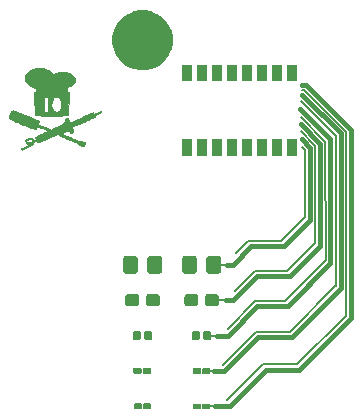
<source format=gts>
G04 #@! TF.GenerationSoftware,KiCad,Pcbnew,5.0.1*
G04 #@! TF.CreationDate,2019-01-07T18:58:54+01:00*
G04 #@! TF.ProjectId,nibble++,6E6962626C652B2B2E6B696361645F70,rev?*
G04 #@! TF.SameCoordinates,Original*
G04 #@! TF.FileFunction,Soldermask,Top*
G04 #@! TF.FilePolarity,Negative*
%FSLAX46Y46*%
G04 Gerber Fmt 4.6, Leading zero omitted, Abs format (unit mm)*
G04 Created by KiCad (PCBNEW 5.0.1) date Mo 07 Jan 2019 18:58:54 CET*
%MOMM*%
%LPD*%
G01*
G04 APERTURE LIST*
%ADD10C,0.203200*%
%ADD11C,0.381000*%
%ADD12C,0.010000*%
%ADD13C,0.100000*%
G04 APERTURE END LIST*
D10*
X113665000Y-88214200D02*
X113461800Y-88214200D01*
D11*
X113842800Y-87782400D02*
X113461800Y-87782400D01*
X107619800Y-102997000D02*
X107124500Y-102997000D01*
D10*
X107022900Y-106006900D02*
X106235500Y-106006900D01*
X106299000Y-109004100D02*
X105613200Y-109004100D01*
X106095800Y-114998500D02*
X105562400Y-114998500D01*
X106006900Y-112001300D02*
X105613200Y-112001300D01*
D11*
X106921300Y-112001300D02*
X106083100Y-112001300D01*
X114173000Y-93091000D02*
X113461800Y-92379800D01*
X114173000Y-99187000D02*
X114173000Y-93091000D01*
X111950500Y-101409500D02*
X114173000Y-99187000D01*
X109232700Y-101409500D02*
X111950500Y-101409500D01*
X107632500Y-102997000D02*
X109220000Y-101409500D01*
D10*
X106426000Y-102997000D02*
X107086400Y-102997000D01*
D11*
X107657900Y-106006900D02*
X107048300Y-106006900D01*
X109702600Y-103962200D02*
X107683300Y-105981500D01*
X112509300Y-103936800D02*
X109728000Y-103936800D01*
X115062000Y-101409500D02*
X112534700Y-103911400D01*
X115062000Y-92773500D02*
X115062000Y-101409500D01*
X113411000Y-91122500D02*
X115062000Y-92773500D01*
X115912900Y-92392500D02*
X113360200Y-89839800D01*
X115912900Y-102844600D02*
X115912900Y-92392500D01*
X112280700Y-106476800D02*
X115887500Y-102870000D01*
X109728000Y-106476800D02*
X112268000Y-106476800D01*
X107200700Y-109004100D02*
X109728000Y-106476800D01*
X107188000Y-109004100D02*
X106299000Y-109004100D01*
X116776500Y-91884500D02*
X113474500Y-88646000D01*
X116776500Y-104965500D02*
X116776500Y-91884500D01*
X112649000Y-109131100D02*
X116776500Y-104990900D01*
X109791500Y-109131100D02*
X112610900Y-109131100D01*
X106921300Y-112001300D02*
X109791500Y-109131100D01*
X117627400Y-91554300D02*
X113855500Y-87795100D01*
X117640100Y-107454700D02*
X117627400Y-91554300D01*
X113271300Y-111874300D02*
X117640100Y-107505500D01*
X110490000Y-111887000D02*
X113258600Y-111887000D01*
X107378500Y-114998500D02*
X110490000Y-111887000D01*
X106108500Y-114998500D02*
X107378500Y-114998500D01*
D10*
X117208300Y-91744800D02*
X113690400Y-88214200D01*
X117208300Y-107327700D02*
X117208300Y-91757500D01*
X113093500Y-111442500D02*
X117208300Y-107327700D01*
X110236000Y-111442500D02*
X113093500Y-111442500D01*
X107188000Y-114490500D02*
X110236000Y-111442500D01*
X109601000Y-108712000D02*
X106832400Y-111480600D01*
X112458500Y-108712000D02*
X109601000Y-108712000D01*
X116332000Y-104838500D02*
X112458500Y-108712000D01*
X116344700Y-92087700D02*
X116344700Y-104825800D01*
X113411000Y-89154000D02*
X116344700Y-92087700D01*
X115481100Y-92570300D02*
X113411000Y-90487500D01*
X115493800Y-102565200D02*
X115481100Y-92583000D01*
X112039400Y-106045000D02*
X115493800Y-102590600D01*
X109550200Y-106045000D02*
X112014000Y-106045000D01*
X109537500Y-106057700D02*
X107200700Y-108407200D01*
X114604800Y-92913200D02*
X113385600Y-91694000D01*
X114617500Y-101155500D02*
X114617500Y-92925900D01*
X112268000Y-103505000D02*
X114617500Y-101155500D01*
X109550200Y-103505000D02*
X112268000Y-103505000D01*
X109537500Y-103517700D02*
X107810300Y-105244900D01*
X108966000Y-100965000D02*
X107911900Y-102019100D01*
X113730000Y-93330000D02*
X113470000Y-93070000D01*
X113728500Y-98996500D02*
X113730000Y-93330000D01*
X111760000Y-100965000D02*
X113728500Y-98996500D01*
X108966000Y-100965000D02*
X111760000Y-100965000D01*
D12*
G04 #@! TO.C,G\002A\002A\002A*
G36*
X96464330Y-90012944D02*
X96484970Y-90017138D01*
X96491943Y-90027148D01*
X96491989Y-90037022D01*
X96485614Y-90056742D01*
X96468264Y-90077551D01*
X96437680Y-90100819D01*
X96391603Y-90127918D01*
X96327771Y-90160220D01*
X96243924Y-90199097D01*
X96173227Y-90230468D01*
X96089163Y-90267787D01*
X96026243Y-90296962D01*
X95982001Y-90319321D01*
X95953970Y-90336189D01*
X95939685Y-90348893D01*
X95936533Y-90357766D01*
X95940305Y-90385492D01*
X95946729Y-90422535D01*
X95947377Y-90425920D01*
X95949751Y-90465400D01*
X95937568Y-90490001D01*
X95923277Y-90497843D01*
X95887412Y-90515015D01*
X95831739Y-90540727D01*
X95758023Y-90574190D01*
X95668030Y-90614617D01*
X95563526Y-90661218D01*
X95446276Y-90713205D01*
X95318046Y-90769789D01*
X95180602Y-90830182D01*
X95035709Y-90893595D01*
X94957226Y-90927843D01*
X94809656Y-90992288D01*
X94668986Y-91053945D01*
X94536938Y-91112048D01*
X94415233Y-91165827D01*
X94305594Y-91214514D01*
X94209741Y-91257342D01*
X94129397Y-91293542D01*
X94066283Y-91322346D01*
X94022121Y-91342986D01*
X93998632Y-91354695D01*
X93995150Y-91357045D01*
X93999848Y-91371621D01*
X94013017Y-91405190D01*
X94032900Y-91453455D01*
X94057744Y-91512116D01*
X94071678Y-91544467D01*
X94103491Y-91618963D01*
X94124675Y-91674170D01*
X94134899Y-91714060D01*
X94133828Y-91742605D01*
X94121131Y-91763779D01*
X94096473Y-91781554D01*
X94059522Y-91799902D01*
X94049891Y-91804328D01*
X93987668Y-91830949D01*
X93942914Y-91843962D01*
X93911138Y-91842596D01*
X93887849Y-91826084D01*
X93868557Y-91793657D01*
X93859192Y-91771698D01*
X93843619Y-91740116D01*
X93828482Y-91720526D01*
X93825210Y-91718506D01*
X93806958Y-91714656D01*
X93769423Y-91708774D01*
X93718590Y-91701750D01*
X93675774Y-91696319D01*
X93541340Y-91679889D01*
X93332450Y-91760043D01*
X93171112Y-91822549D01*
X92990697Y-91893520D01*
X92795445Y-91971252D01*
X92589595Y-92054041D01*
X92377386Y-92140184D01*
X92163060Y-92227976D01*
X91985203Y-92301455D01*
X91824798Y-92368041D01*
X91686257Y-92425593D01*
X91567906Y-92474722D01*
X91468071Y-92516040D01*
X91385076Y-92550155D01*
X91317248Y-92577678D01*
X91262911Y-92599221D01*
X91220391Y-92615393D01*
X91188013Y-92626805D01*
X91164103Y-92634067D01*
X91146986Y-92637790D01*
X91134987Y-92638583D01*
X91126432Y-92637059D01*
X91119646Y-92633826D01*
X91112954Y-92629496D01*
X91104682Y-92624679D01*
X91102013Y-92623398D01*
X91077186Y-92603283D01*
X91051895Y-92569531D01*
X91042760Y-92552856D01*
X91025496Y-92521320D01*
X91011488Y-92502907D01*
X91006709Y-92500756D01*
X90941057Y-92529429D01*
X90881265Y-92557781D01*
X90831431Y-92583650D01*
X90795653Y-92604871D01*
X90778028Y-92619284D01*
X90776891Y-92622058D01*
X90768769Y-92653825D01*
X90747333Y-92696802D01*
X90716973Y-92743933D01*
X90682082Y-92788165D01*
X90658074Y-92812926D01*
X90625583Y-92837262D01*
X90573055Y-92869798D01*
X90503888Y-92908839D01*
X90421478Y-92952688D01*
X90329223Y-92999649D01*
X90230521Y-93048026D01*
X90128768Y-93096123D01*
X90027362Y-93142243D01*
X89929700Y-93184691D01*
X89839179Y-93221771D01*
X89839054Y-93221821D01*
X89775298Y-93246951D01*
X89755821Y-93197367D01*
X89744398Y-93165856D01*
X89743799Y-93150037D01*
X89755089Y-93142110D01*
X89763753Y-93139221D01*
X89793139Y-93128217D01*
X89841626Y-93107954D01*
X89905373Y-93080167D01*
X89980541Y-93046589D01*
X90063289Y-93008955D01*
X90149778Y-92968999D01*
X90236168Y-92928455D01*
X90318619Y-92889057D01*
X90331723Y-92882717D01*
X90430001Y-92832864D01*
X90511036Y-92787151D01*
X90573296Y-92746607D01*
X90615253Y-92712262D01*
X90635375Y-92685146D01*
X90636981Y-92677197D01*
X90626115Y-92676025D01*
X90597452Y-92682686D01*
X90556890Y-92695763D01*
X90551308Y-92697766D01*
X90438532Y-92733985D01*
X90343588Y-92753728D01*
X90264736Y-92756768D01*
X90200237Y-92742882D01*
X90148351Y-92711844D01*
X90107340Y-92663429D01*
X90093240Y-92638455D01*
X90068718Y-92566109D01*
X90068346Y-92512744D01*
X90170104Y-92512744D01*
X90174403Y-92561941D01*
X90195791Y-92608034D01*
X90206245Y-92620819D01*
X90245842Y-92644421D01*
X90304122Y-92650924D01*
X90380938Y-92640332D01*
X90472426Y-92613932D01*
X90547598Y-92587776D01*
X90601740Y-92567684D01*
X90638008Y-92551837D01*
X90659559Y-92538417D01*
X90669549Y-92525605D01*
X90671134Y-92511585D01*
X90669080Y-92500667D01*
X90649181Y-92459614D01*
X90613070Y-92417354D01*
X90568165Y-92382097D01*
X90555171Y-92374673D01*
X90507912Y-92361009D01*
X90446381Y-92358532D01*
X90378742Y-92366439D01*
X90313160Y-92383928D01*
X90270668Y-92402615D01*
X90230603Y-92427876D01*
X90197701Y-92454668D01*
X90184276Y-92469947D01*
X90170104Y-92512744D01*
X90068346Y-92512744D01*
X90068234Y-92496742D01*
X90090415Y-92432149D01*
X90133887Y-92374126D01*
X90197279Y-92324468D01*
X90279216Y-92284971D01*
X90378327Y-92257429D01*
X90385680Y-92256031D01*
X90475581Y-92250856D01*
X90561183Y-92267443D01*
X90638306Y-92303685D01*
X90702768Y-92357473D01*
X90750388Y-92426701D01*
X90758213Y-92443851D01*
X90774643Y-92472486D01*
X90790483Y-92482330D01*
X90792720Y-92481795D01*
X90849853Y-92457825D01*
X90900474Y-92434787D01*
X90939853Y-92415006D01*
X90963260Y-92400806D01*
X90967677Y-92395803D01*
X90963023Y-92379197D01*
X90951145Y-92347871D01*
X90942239Y-92326456D01*
X90927198Y-92285516D01*
X90918069Y-92249384D01*
X90916800Y-92237077D01*
X90916708Y-92227822D01*
X90917131Y-92219173D01*
X90919121Y-92210598D01*
X90923728Y-92201563D01*
X90932002Y-92191535D01*
X90944996Y-92179980D01*
X90963758Y-92166366D01*
X90989341Y-92150159D01*
X91022795Y-92130826D01*
X91065170Y-92107833D01*
X91117517Y-92080647D01*
X91180888Y-92048735D01*
X91256333Y-92011563D01*
X91344902Y-91968599D01*
X91447646Y-91919308D01*
X91565616Y-91863158D01*
X91699864Y-91799616D01*
X91851438Y-91728147D01*
X92021392Y-91648219D01*
X92210774Y-91559299D01*
X92420636Y-91460852D01*
X92652028Y-91352347D01*
X92756158Y-91303519D01*
X93279091Y-91058303D01*
X93357134Y-90944923D01*
X93389113Y-90896742D01*
X93414751Y-90854838D01*
X93430993Y-90824408D01*
X93435178Y-90812043D01*
X93429586Y-90787770D01*
X93416029Y-90755535D01*
X93415064Y-90753648D01*
X93400651Y-90715651D01*
X93403303Y-90685086D01*
X93425258Y-90658307D01*
X93468755Y-90631670D01*
X93498677Y-90617536D01*
X93557293Y-90593060D01*
X93598364Y-90580777D01*
X93626300Y-90580036D01*
X93645512Y-90590184D01*
X93650155Y-90595158D01*
X93660320Y-90612670D01*
X93678342Y-90648852D01*
X93701985Y-90699026D01*
X93729014Y-90758511D01*
X93739788Y-90782764D01*
X93767072Y-90842565D01*
X93791679Y-90892770D01*
X93811501Y-90929353D01*
X93824429Y-90948288D01*
X93827368Y-90949997D01*
X93841314Y-90944460D01*
X93876113Y-90929759D01*
X93929322Y-90906952D01*
X93998497Y-90877095D01*
X94081197Y-90841243D01*
X94174978Y-90800452D01*
X94277398Y-90755779D01*
X94346628Y-90725518D01*
X94558031Y-90633030D01*
X94747365Y-90550206D01*
X94915874Y-90476525D01*
X95064799Y-90411467D01*
X95195385Y-90354512D01*
X95308873Y-90305141D01*
X95406507Y-90262834D01*
X95489529Y-90227071D01*
X95559182Y-90197332D01*
X95616709Y-90173097D01*
X95663352Y-90153847D01*
X95700355Y-90139062D01*
X95728959Y-90128221D01*
X95750409Y-90120806D01*
X95765946Y-90116296D01*
X95776813Y-90114172D01*
X95784254Y-90113913D01*
X95789511Y-90115000D01*
X95793826Y-90116913D01*
X95797434Y-90118688D01*
X95822529Y-90139465D01*
X95844143Y-90172186D01*
X95846275Y-90176960D01*
X95860740Y-90205661D01*
X95873178Y-90220767D01*
X95875279Y-90221448D01*
X95889582Y-90216501D01*
X95923427Y-90202700D01*
X95973149Y-90181603D01*
X96035083Y-90154770D01*
X96105562Y-90123760D01*
X96119951Y-90117376D01*
X96203844Y-90080533D01*
X96268716Y-90053260D01*
X96318514Y-90034193D01*
X96357188Y-90021971D01*
X96388686Y-90015233D01*
X96416955Y-90012616D01*
X96424161Y-90012444D01*
X96464330Y-90012944D01*
X96464330Y-90012944D01*
G37*
X96464330Y-90012944D02*
X96484970Y-90017138D01*
X96491943Y-90027148D01*
X96491989Y-90037022D01*
X96485614Y-90056742D01*
X96468264Y-90077551D01*
X96437680Y-90100819D01*
X96391603Y-90127918D01*
X96327771Y-90160220D01*
X96243924Y-90199097D01*
X96173227Y-90230468D01*
X96089163Y-90267787D01*
X96026243Y-90296962D01*
X95982001Y-90319321D01*
X95953970Y-90336189D01*
X95939685Y-90348893D01*
X95936533Y-90357766D01*
X95940305Y-90385492D01*
X95946729Y-90422535D01*
X95947377Y-90425920D01*
X95949751Y-90465400D01*
X95937568Y-90490001D01*
X95923277Y-90497843D01*
X95887412Y-90515015D01*
X95831739Y-90540727D01*
X95758023Y-90574190D01*
X95668030Y-90614617D01*
X95563526Y-90661218D01*
X95446276Y-90713205D01*
X95318046Y-90769789D01*
X95180602Y-90830182D01*
X95035709Y-90893595D01*
X94957226Y-90927843D01*
X94809656Y-90992288D01*
X94668986Y-91053945D01*
X94536938Y-91112048D01*
X94415233Y-91165827D01*
X94305594Y-91214514D01*
X94209741Y-91257342D01*
X94129397Y-91293542D01*
X94066283Y-91322346D01*
X94022121Y-91342986D01*
X93998632Y-91354695D01*
X93995150Y-91357045D01*
X93999848Y-91371621D01*
X94013017Y-91405190D01*
X94032900Y-91453455D01*
X94057744Y-91512116D01*
X94071678Y-91544467D01*
X94103491Y-91618963D01*
X94124675Y-91674170D01*
X94134899Y-91714060D01*
X94133828Y-91742605D01*
X94121131Y-91763779D01*
X94096473Y-91781554D01*
X94059522Y-91799902D01*
X94049891Y-91804328D01*
X93987668Y-91830949D01*
X93942914Y-91843962D01*
X93911138Y-91842596D01*
X93887849Y-91826084D01*
X93868557Y-91793657D01*
X93859192Y-91771698D01*
X93843619Y-91740116D01*
X93828482Y-91720526D01*
X93825210Y-91718506D01*
X93806958Y-91714656D01*
X93769423Y-91708774D01*
X93718590Y-91701750D01*
X93675774Y-91696319D01*
X93541340Y-91679889D01*
X93332450Y-91760043D01*
X93171112Y-91822549D01*
X92990697Y-91893520D01*
X92795445Y-91971252D01*
X92589595Y-92054041D01*
X92377386Y-92140184D01*
X92163060Y-92227976D01*
X91985203Y-92301455D01*
X91824798Y-92368041D01*
X91686257Y-92425593D01*
X91567906Y-92474722D01*
X91468071Y-92516040D01*
X91385076Y-92550155D01*
X91317248Y-92577678D01*
X91262911Y-92599221D01*
X91220391Y-92615393D01*
X91188013Y-92626805D01*
X91164103Y-92634067D01*
X91146986Y-92637790D01*
X91134987Y-92638583D01*
X91126432Y-92637059D01*
X91119646Y-92633826D01*
X91112954Y-92629496D01*
X91104682Y-92624679D01*
X91102013Y-92623398D01*
X91077186Y-92603283D01*
X91051895Y-92569531D01*
X91042760Y-92552856D01*
X91025496Y-92521320D01*
X91011488Y-92502907D01*
X91006709Y-92500756D01*
X90941057Y-92529429D01*
X90881265Y-92557781D01*
X90831431Y-92583650D01*
X90795653Y-92604871D01*
X90778028Y-92619284D01*
X90776891Y-92622058D01*
X90768769Y-92653825D01*
X90747333Y-92696802D01*
X90716973Y-92743933D01*
X90682082Y-92788165D01*
X90658074Y-92812926D01*
X90625583Y-92837262D01*
X90573055Y-92869798D01*
X90503888Y-92908839D01*
X90421478Y-92952688D01*
X90329223Y-92999649D01*
X90230521Y-93048026D01*
X90128768Y-93096123D01*
X90027362Y-93142243D01*
X89929700Y-93184691D01*
X89839179Y-93221771D01*
X89839054Y-93221821D01*
X89775298Y-93246951D01*
X89755821Y-93197367D01*
X89744398Y-93165856D01*
X89743799Y-93150037D01*
X89755089Y-93142110D01*
X89763753Y-93139221D01*
X89793139Y-93128217D01*
X89841626Y-93107954D01*
X89905373Y-93080167D01*
X89980541Y-93046589D01*
X90063289Y-93008955D01*
X90149778Y-92968999D01*
X90236168Y-92928455D01*
X90318619Y-92889057D01*
X90331723Y-92882717D01*
X90430001Y-92832864D01*
X90511036Y-92787151D01*
X90573296Y-92746607D01*
X90615253Y-92712262D01*
X90635375Y-92685146D01*
X90636981Y-92677197D01*
X90626115Y-92676025D01*
X90597452Y-92682686D01*
X90556890Y-92695763D01*
X90551308Y-92697766D01*
X90438532Y-92733985D01*
X90343588Y-92753728D01*
X90264736Y-92756768D01*
X90200237Y-92742882D01*
X90148351Y-92711844D01*
X90107340Y-92663429D01*
X90093240Y-92638455D01*
X90068718Y-92566109D01*
X90068346Y-92512744D01*
X90170104Y-92512744D01*
X90174403Y-92561941D01*
X90195791Y-92608034D01*
X90206245Y-92620819D01*
X90245842Y-92644421D01*
X90304122Y-92650924D01*
X90380938Y-92640332D01*
X90472426Y-92613932D01*
X90547598Y-92587776D01*
X90601740Y-92567684D01*
X90638008Y-92551837D01*
X90659559Y-92538417D01*
X90669549Y-92525605D01*
X90671134Y-92511585D01*
X90669080Y-92500667D01*
X90649181Y-92459614D01*
X90613070Y-92417354D01*
X90568165Y-92382097D01*
X90555171Y-92374673D01*
X90507912Y-92361009D01*
X90446381Y-92358532D01*
X90378742Y-92366439D01*
X90313160Y-92383928D01*
X90270668Y-92402615D01*
X90230603Y-92427876D01*
X90197701Y-92454668D01*
X90184276Y-92469947D01*
X90170104Y-92512744D01*
X90068346Y-92512744D01*
X90068234Y-92496742D01*
X90090415Y-92432149D01*
X90133887Y-92374126D01*
X90197279Y-92324468D01*
X90279216Y-92284971D01*
X90378327Y-92257429D01*
X90385680Y-92256031D01*
X90475581Y-92250856D01*
X90561183Y-92267443D01*
X90638306Y-92303685D01*
X90702768Y-92357473D01*
X90750388Y-92426701D01*
X90758213Y-92443851D01*
X90774643Y-92472486D01*
X90790483Y-92482330D01*
X90792720Y-92481795D01*
X90849853Y-92457825D01*
X90900474Y-92434787D01*
X90939853Y-92415006D01*
X90963260Y-92400806D01*
X90967677Y-92395803D01*
X90963023Y-92379197D01*
X90951145Y-92347871D01*
X90942239Y-92326456D01*
X90927198Y-92285516D01*
X90918069Y-92249384D01*
X90916800Y-92237077D01*
X90916708Y-92227822D01*
X90917131Y-92219173D01*
X90919121Y-92210598D01*
X90923728Y-92201563D01*
X90932002Y-92191535D01*
X90944996Y-92179980D01*
X90963758Y-92166366D01*
X90989341Y-92150159D01*
X91022795Y-92130826D01*
X91065170Y-92107833D01*
X91117517Y-92080647D01*
X91180888Y-92048735D01*
X91256333Y-92011563D01*
X91344902Y-91968599D01*
X91447646Y-91919308D01*
X91565616Y-91863158D01*
X91699864Y-91799616D01*
X91851438Y-91728147D01*
X92021392Y-91648219D01*
X92210774Y-91559299D01*
X92420636Y-91460852D01*
X92652028Y-91352347D01*
X92756158Y-91303519D01*
X93279091Y-91058303D01*
X93357134Y-90944923D01*
X93389113Y-90896742D01*
X93414751Y-90854838D01*
X93430993Y-90824408D01*
X93435178Y-90812043D01*
X93429586Y-90787770D01*
X93416029Y-90755535D01*
X93415064Y-90753648D01*
X93400651Y-90715651D01*
X93403303Y-90685086D01*
X93425258Y-90658307D01*
X93468755Y-90631670D01*
X93498677Y-90617536D01*
X93557293Y-90593060D01*
X93598364Y-90580777D01*
X93626300Y-90580036D01*
X93645512Y-90590184D01*
X93650155Y-90595158D01*
X93660320Y-90612670D01*
X93678342Y-90648852D01*
X93701985Y-90699026D01*
X93729014Y-90758511D01*
X93739788Y-90782764D01*
X93767072Y-90842565D01*
X93791679Y-90892770D01*
X93811501Y-90929353D01*
X93824429Y-90948288D01*
X93827368Y-90949997D01*
X93841314Y-90944460D01*
X93876113Y-90929759D01*
X93929322Y-90906952D01*
X93998497Y-90877095D01*
X94081197Y-90841243D01*
X94174978Y-90800452D01*
X94277398Y-90755779D01*
X94346628Y-90725518D01*
X94558031Y-90633030D01*
X94747365Y-90550206D01*
X94915874Y-90476525D01*
X95064799Y-90411467D01*
X95195385Y-90354512D01*
X95308873Y-90305141D01*
X95406507Y-90262834D01*
X95489529Y-90227071D01*
X95559182Y-90197332D01*
X95616709Y-90173097D01*
X95663352Y-90153847D01*
X95700355Y-90139062D01*
X95728959Y-90128221D01*
X95750409Y-90120806D01*
X95765946Y-90116296D01*
X95776813Y-90114172D01*
X95784254Y-90113913D01*
X95789511Y-90115000D01*
X95793826Y-90116913D01*
X95797434Y-90118688D01*
X95822529Y-90139465D01*
X95844143Y-90172186D01*
X95846275Y-90176960D01*
X95860740Y-90205661D01*
X95873178Y-90220767D01*
X95875279Y-90221448D01*
X95889582Y-90216501D01*
X95923427Y-90202700D01*
X95973149Y-90181603D01*
X96035083Y-90154770D01*
X96105562Y-90123760D01*
X96119951Y-90117376D01*
X96203844Y-90080533D01*
X96268716Y-90053260D01*
X96318514Y-90034193D01*
X96357188Y-90021971D01*
X96388686Y-90015233D01*
X96416955Y-90012616D01*
X96424161Y-90012444D01*
X96464330Y-90012944D01*
G36*
X93150241Y-91938986D02*
X93185548Y-91952537D01*
X93240252Y-91974106D01*
X93312288Y-92002864D01*
X93399592Y-92037980D01*
X93500099Y-92078623D01*
X93611745Y-92123964D01*
X93732467Y-92173171D01*
X93860200Y-92225414D01*
X93868813Y-92228943D01*
X94017453Y-92289805D01*
X94144521Y-92341680D01*
X94251961Y-92385284D01*
X94341717Y-92421332D01*
X94415731Y-92450538D01*
X94475947Y-92473620D01*
X94524310Y-92491292D01*
X94562762Y-92504269D01*
X94593246Y-92513268D01*
X94617707Y-92519003D01*
X94638088Y-92522191D01*
X94656332Y-92523546D01*
X94669744Y-92523790D01*
X94729903Y-92527146D01*
X94794865Y-92535538D01*
X94829394Y-92542323D01*
X94872170Y-92554089D01*
X94924659Y-92570945D01*
X94980737Y-92590619D01*
X95034282Y-92610836D01*
X95079168Y-92629322D01*
X95109273Y-92643802D01*
X95117341Y-92649264D01*
X95115852Y-92663129D01*
X95106456Y-92695143D01*
X95091165Y-92740028D01*
X95071993Y-92792509D01*
X95050952Y-92847309D01*
X95030055Y-92899151D01*
X95011315Y-92942761D01*
X94996745Y-92972861D01*
X94989932Y-92983239D01*
X94975305Y-92981931D01*
X94942618Y-92971553D01*
X94896826Y-92953866D01*
X94846996Y-92932478D01*
X94735852Y-92878638D01*
X94647314Y-92826526D01*
X94578774Y-92774501D01*
X94547372Y-92743953D01*
X94536438Y-92734235D01*
X94519368Y-92722728D01*
X94494519Y-92708707D01*
X94460249Y-92691447D01*
X94414918Y-92670223D01*
X94356881Y-92644311D01*
X94284499Y-92612986D01*
X94196128Y-92575522D01*
X94090126Y-92531195D01*
X93964853Y-92479280D01*
X93818665Y-92419052D01*
X93714272Y-92376178D01*
X93579125Y-92320737D01*
X93450513Y-92267997D01*
X93330434Y-92218776D01*
X93220882Y-92173892D01*
X93123856Y-92134162D01*
X93041350Y-92100404D01*
X92975363Y-92073435D01*
X92927890Y-92054071D01*
X92900928Y-92043132D01*
X92895704Y-92041054D01*
X92890216Y-92034620D01*
X92901692Y-92024490D01*
X92932400Y-92009366D01*
X92984609Y-91987953D01*
X92997200Y-91983046D01*
X93050300Y-91962935D01*
X93095025Y-91946857D01*
X93125815Y-91936760D01*
X93136393Y-91934284D01*
X93150241Y-91938986D01*
X93150241Y-91938986D01*
G37*
X93150241Y-91938986D02*
X93185548Y-91952537D01*
X93240252Y-91974106D01*
X93312288Y-92002864D01*
X93399592Y-92037980D01*
X93500099Y-92078623D01*
X93611745Y-92123964D01*
X93732467Y-92173171D01*
X93860200Y-92225414D01*
X93868813Y-92228943D01*
X94017453Y-92289805D01*
X94144521Y-92341680D01*
X94251961Y-92385284D01*
X94341717Y-92421332D01*
X94415731Y-92450538D01*
X94475947Y-92473620D01*
X94524310Y-92491292D01*
X94562762Y-92504269D01*
X94593246Y-92513268D01*
X94617707Y-92519003D01*
X94638088Y-92522191D01*
X94656332Y-92523546D01*
X94669744Y-92523790D01*
X94729903Y-92527146D01*
X94794865Y-92535538D01*
X94829394Y-92542323D01*
X94872170Y-92554089D01*
X94924659Y-92570945D01*
X94980737Y-92590619D01*
X95034282Y-92610836D01*
X95079168Y-92629322D01*
X95109273Y-92643802D01*
X95117341Y-92649264D01*
X95115852Y-92663129D01*
X95106456Y-92695143D01*
X95091165Y-92740028D01*
X95071993Y-92792509D01*
X95050952Y-92847309D01*
X95030055Y-92899151D01*
X95011315Y-92942761D01*
X94996745Y-92972861D01*
X94989932Y-92983239D01*
X94975305Y-92981931D01*
X94942618Y-92971553D01*
X94896826Y-92953866D01*
X94846996Y-92932478D01*
X94735852Y-92878638D01*
X94647314Y-92826526D01*
X94578774Y-92774501D01*
X94547372Y-92743953D01*
X94536438Y-92734235D01*
X94519368Y-92722728D01*
X94494519Y-92708707D01*
X94460249Y-92691447D01*
X94414918Y-92670223D01*
X94356881Y-92644311D01*
X94284499Y-92612986D01*
X94196128Y-92575522D01*
X94090126Y-92531195D01*
X93964853Y-92479280D01*
X93818665Y-92419052D01*
X93714272Y-92376178D01*
X93579125Y-92320737D01*
X93450513Y-92267997D01*
X93330434Y-92218776D01*
X93220882Y-92173892D01*
X93123856Y-92134162D01*
X93041350Y-92100404D01*
X92975363Y-92073435D01*
X92927890Y-92054071D01*
X92900928Y-92043132D01*
X92895704Y-92041054D01*
X92890216Y-92034620D01*
X92901692Y-92024490D01*
X92932400Y-92009366D01*
X92984609Y-91987953D01*
X92997200Y-91983046D01*
X93050300Y-91962935D01*
X93095025Y-91946857D01*
X93125815Y-91936760D01*
X93136393Y-91934284D01*
X93150241Y-91938986D01*
G36*
X89048368Y-89943347D02*
X89067603Y-89945387D01*
X89090545Y-89950071D01*
X89119371Y-89958168D01*
X89156264Y-89970447D01*
X89203404Y-89987677D01*
X89262971Y-90010626D01*
X89337144Y-90040065D01*
X89428105Y-90076761D01*
X89538034Y-90121484D01*
X89669112Y-90175003D01*
X89683086Y-90180713D01*
X89812261Y-90233486D01*
X89945206Y-90287785D01*
X90077873Y-90341957D01*
X90206214Y-90394349D01*
X90326181Y-90443310D01*
X90433726Y-90487188D01*
X90524800Y-90524328D01*
X90579745Y-90546721D01*
X90662873Y-90580795D01*
X90738617Y-90612239D01*
X90803652Y-90639640D01*
X90854655Y-90661586D01*
X90888303Y-90676667D01*
X90900902Y-90683126D01*
X90914783Y-90705336D01*
X90916800Y-90717919D01*
X90927023Y-90742134D01*
X90952148Y-90769621D01*
X90983863Y-90793256D01*
X91013855Y-90805913D01*
X91020161Y-90806526D01*
X91049020Y-90800783D01*
X91082895Y-90787061D01*
X91117098Y-90774909D01*
X91144326Y-90780344D01*
X91145567Y-90780993D01*
X91178774Y-90809272D01*
X91194107Y-90850115D01*
X91191666Y-90905251D01*
X91171552Y-90976409D01*
X91158829Y-91009144D01*
X91121038Y-91100788D01*
X91187447Y-91129658D01*
X91214497Y-91141086D01*
X91261968Y-91160780D01*
X91326710Y-91187448D01*
X91405571Y-91219797D01*
X91495398Y-91256533D01*
X91593040Y-91296364D01*
X91689159Y-91335481D01*
X91787890Y-91375806D01*
X91878791Y-91413298D01*
X91959259Y-91446857D01*
X92026691Y-91475380D01*
X92078485Y-91497767D01*
X92112037Y-91512916D01*
X92124745Y-91519724D01*
X92124788Y-91519838D01*
X92114010Y-91527624D01*
X92084678Y-91542730D01*
X92041730Y-91562720D01*
X92006857Y-91578037D01*
X91888600Y-91628832D01*
X91475835Y-91459351D01*
X91379472Y-91419987D01*
X91290529Y-91384045D01*
X91211748Y-91352603D01*
X91145866Y-91326736D01*
X91095625Y-91307522D01*
X91063765Y-91296038D01*
X91053133Y-91293172D01*
X91043875Y-91305594D01*
X91027771Y-91335866D01*
X91007741Y-91378347D01*
X90999887Y-91396101D01*
X90977265Y-91444093D01*
X90955178Y-91484141D01*
X90937476Y-91509447D01*
X90933510Y-91513215D01*
X90901985Y-91527528D01*
X90865164Y-91531404D01*
X90831101Y-91525816D01*
X90807853Y-91511736D01*
X90802329Y-91497377D01*
X90793892Y-91477115D01*
X90772876Y-91449637D01*
X90765150Y-91441502D01*
X90721486Y-91411345D01*
X90673986Y-91405903D01*
X90632030Y-91418714D01*
X90627239Y-91421398D01*
X90623324Y-91423902D01*
X90618889Y-91425687D01*
X90612539Y-91426216D01*
X90602877Y-91424949D01*
X90588508Y-91421348D01*
X90568037Y-91414874D01*
X90540068Y-91404989D01*
X90503205Y-91391155D01*
X90456052Y-91372832D01*
X90397214Y-91349483D01*
X90325295Y-91320569D01*
X90238900Y-91285551D01*
X90136633Y-91243890D01*
X90017098Y-91195049D01*
X89878899Y-91138489D01*
X89720642Y-91073670D01*
X89540929Y-91000056D01*
X89441686Y-90959411D01*
X89275649Y-90891079D01*
X89133016Y-90831647D01*
X89013420Y-90780955D01*
X88916495Y-90738842D01*
X88841876Y-90705148D01*
X88789194Y-90679712D01*
X88758085Y-90662374D01*
X88750511Y-90656696D01*
X88715393Y-90615497D01*
X88686778Y-90567700D01*
X88669413Y-90522221D01*
X88669325Y-90521533D01*
X88939319Y-90521533D01*
X88944989Y-90538853D01*
X88958204Y-90546344D01*
X88992759Y-90562403D01*
X89046398Y-90586101D01*
X89116861Y-90616510D01*
X89201892Y-90652700D01*
X89299231Y-90693744D01*
X89406621Y-90738714D01*
X89521804Y-90786680D01*
X89642521Y-90836713D01*
X89766515Y-90887887D01*
X89891526Y-90939271D01*
X90015299Y-90989939D01*
X90135573Y-91038960D01*
X90250092Y-91085406D01*
X90356596Y-91128350D01*
X90452828Y-91166862D01*
X90536531Y-91200015D01*
X90605445Y-91226879D01*
X90657312Y-91246526D01*
X90689875Y-91258027D01*
X90700576Y-91260731D01*
X90715521Y-91247174D01*
X90719655Y-91227142D01*
X90718473Y-91220871D01*
X90713880Y-91213980D01*
X90704301Y-91205770D01*
X90688161Y-91195541D01*
X90663887Y-91182593D01*
X90629904Y-91166226D01*
X90584638Y-91145740D01*
X90526515Y-91120435D01*
X90453960Y-91089611D01*
X90365399Y-91052569D01*
X90259259Y-91008608D01*
X90133965Y-90957028D01*
X89987942Y-90897130D01*
X89854757Y-90842594D01*
X89713796Y-90785015D01*
X89579415Y-90730344D01*
X89453511Y-90679339D01*
X89337979Y-90632758D01*
X89234716Y-90591357D01*
X89145618Y-90555896D01*
X89072580Y-90527132D01*
X89017498Y-90505822D01*
X88982270Y-90492725D01*
X88968962Y-90488579D01*
X88946704Y-90498522D01*
X88939319Y-90521533D01*
X88669325Y-90521533D01*
X88666389Y-90498595D01*
X88671418Y-90478215D01*
X88684926Y-90438551D01*
X88705375Y-90383706D01*
X88731233Y-90317780D01*
X88760962Y-90244876D01*
X88762411Y-90241393D01*
X88881748Y-90241393D01*
X88889251Y-90266276D01*
X88910386Y-90270982D01*
X88943092Y-90255357D01*
X88954592Y-90246887D01*
X88995484Y-90227180D01*
X89034524Y-90221448D01*
X89048701Y-90223594D01*
X89073057Y-90230300D01*
X89108607Y-90241967D01*
X89156367Y-90258999D01*
X89217353Y-90281797D01*
X89292582Y-90310763D01*
X89383069Y-90346300D01*
X89489830Y-90388810D01*
X89613881Y-90438696D01*
X89756237Y-90496358D01*
X89917916Y-90562200D01*
X90099932Y-90636624D01*
X90303302Y-90720032D01*
X90529042Y-90812826D01*
X90547947Y-90820605D01*
X90626580Y-90852509D01*
X90698021Y-90880637D01*
X90758713Y-90903656D01*
X90805095Y-90920234D01*
X90833607Y-90929039D01*
X90840486Y-90930072D01*
X90855421Y-90916514D01*
X90859565Y-90896632D01*
X90858188Y-90888991D01*
X90852750Y-90880872D01*
X90841284Y-90871362D01*
X90821827Y-90859547D01*
X90792412Y-90844515D01*
X90751077Y-90825352D01*
X90695855Y-90801146D01*
X90624782Y-90770984D01*
X90535893Y-90733951D01*
X90427223Y-90689135D01*
X90306285Y-90639507D01*
X90110536Y-90559297D01*
X89936908Y-90488203D01*
X89783987Y-90425683D01*
X89650358Y-90371197D01*
X89534609Y-90324202D01*
X89435325Y-90284158D01*
X89351094Y-90250523D01*
X89280500Y-90222757D01*
X89222132Y-90200318D01*
X89174574Y-90182665D01*
X89136414Y-90169256D01*
X89106237Y-90159552D01*
X89082630Y-90153009D01*
X89064180Y-90149088D01*
X89049472Y-90147246D01*
X89037094Y-90146943D01*
X89025631Y-90147638D01*
X89022293Y-90147947D01*
X88967196Y-90159964D01*
X88921822Y-90182442D01*
X88891574Y-90211790D01*
X88881748Y-90241393D01*
X88762411Y-90241393D01*
X88764962Y-90235265D01*
X88802557Y-90146252D01*
X88833227Y-90078021D01*
X88859410Y-90027703D01*
X88883544Y-89992430D01*
X88908068Y-89969330D01*
X88935418Y-89955534D01*
X88968032Y-89948173D01*
X89008349Y-89944377D01*
X89012292Y-89944121D01*
X89030657Y-89943181D01*
X89048368Y-89943347D01*
X89048368Y-89943347D01*
G37*
X89048368Y-89943347D02*
X89067603Y-89945387D01*
X89090545Y-89950071D01*
X89119371Y-89958168D01*
X89156264Y-89970447D01*
X89203404Y-89987677D01*
X89262971Y-90010626D01*
X89337144Y-90040065D01*
X89428105Y-90076761D01*
X89538034Y-90121484D01*
X89669112Y-90175003D01*
X89683086Y-90180713D01*
X89812261Y-90233486D01*
X89945206Y-90287785D01*
X90077873Y-90341957D01*
X90206214Y-90394349D01*
X90326181Y-90443310D01*
X90433726Y-90487188D01*
X90524800Y-90524328D01*
X90579745Y-90546721D01*
X90662873Y-90580795D01*
X90738617Y-90612239D01*
X90803652Y-90639640D01*
X90854655Y-90661586D01*
X90888303Y-90676667D01*
X90900902Y-90683126D01*
X90914783Y-90705336D01*
X90916800Y-90717919D01*
X90927023Y-90742134D01*
X90952148Y-90769621D01*
X90983863Y-90793256D01*
X91013855Y-90805913D01*
X91020161Y-90806526D01*
X91049020Y-90800783D01*
X91082895Y-90787061D01*
X91117098Y-90774909D01*
X91144326Y-90780344D01*
X91145567Y-90780993D01*
X91178774Y-90809272D01*
X91194107Y-90850115D01*
X91191666Y-90905251D01*
X91171552Y-90976409D01*
X91158829Y-91009144D01*
X91121038Y-91100788D01*
X91187447Y-91129658D01*
X91214497Y-91141086D01*
X91261968Y-91160780D01*
X91326710Y-91187448D01*
X91405571Y-91219797D01*
X91495398Y-91256533D01*
X91593040Y-91296364D01*
X91689159Y-91335481D01*
X91787890Y-91375806D01*
X91878791Y-91413298D01*
X91959259Y-91446857D01*
X92026691Y-91475380D01*
X92078485Y-91497767D01*
X92112037Y-91512916D01*
X92124745Y-91519724D01*
X92124788Y-91519838D01*
X92114010Y-91527624D01*
X92084678Y-91542730D01*
X92041730Y-91562720D01*
X92006857Y-91578037D01*
X91888600Y-91628832D01*
X91475835Y-91459351D01*
X91379472Y-91419987D01*
X91290529Y-91384045D01*
X91211748Y-91352603D01*
X91145866Y-91326736D01*
X91095625Y-91307522D01*
X91063765Y-91296038D01*
X91053133Y-91293172D01*
X91043875Y-91305594D01*
X91027771Y-91335866D01*
X91007741Y-91378347D01*
X90999887Y-91396101D01*
X90977265Y-91444093D01*
X90955178Y-91484141D01*
X90937476Y-91509447D01*
X90933510Y-91513215D01*
X90901985Y-91527528D01*
X90865164Y-91531404D01*
X90831101Y-91525816D01*
X90807853Y-91511736D01*
X90802329Y-91497377D01*
X90793892Y-91477115D01*
X90772876Y-91449637D01*
X90765150Y-91441502D01*
X90721486Y-91411345D01*
X90673986Y-91405903D01*
X90632030Y-91418714D01*
X90627239Y-91421398D01*
X90623324Y-91423902D01*
X90618889Y-91425687D01*
X90612539Y-91426216D01*
X90602877Y-91424949D01*
X90588508Y-91421348D01*
X90568037Y-91414874D01*
X90540068Y-91404989D01*
X90503205Y-91391155D01*
X90456052Y-91372832D01*
X90397214Y-91349483D01*
X90325295Y-91320569D01*
X90238900Y-91285551D01*
X90136633Y-91243890D01*
X90017098Y-91195049D01*
X89878899Y-91138489D01*
X89720642Y-91073670D01*
X89540929Y-91000056D01*
X89441686Y-90959411D01*
X89275649Y-90891079D01*
X89133016Y-90831647D01*
X89013420Y-90780955D01*
X88916495Y-90738842D01*
X88841876Y-90705148D01*
X88789194Y-90679712D01*
X88758085Y-90662374D01*
X88750511Y-90656696D01*
X88715393Y-90615497D01*
X88686778Y-90567700D01*
X88669413Y-90522221D01*
X88669325Y-90521533D01*
X88939319Y-90521533D01*
X88944989Y-90538853D01*
X88958204Y-90546344D01*
X88992759Y-90562403D01*
X89046398Y-90586101D01*
X89116861Y-90616510D01*
X89201892Y-90652700D01*
X89299231Y-90693744D01*
X89406621Y-90738714D01*
X89521804Y-90786680D01*
X89642521Y-90836713D01*
X89766515Y-90887887D01*
X89891526Y-90939271D01*
X90015299Y-90989939D01*
X90135573Y-91038960D01*
X90250092Y-91085406D01*
X90356596Y-91128350D01*
X90452828Y-91166862D01*
X90536531Y-91200015D01*
X90605445Y-91226879D01*
X90657312Y-91246526D01*
X90689875Y-91258027D01*
X90700576Y-91260731D01*
X90715521Y-91247174D01*
X90719655Y-91227142D01*
X90718473Y-91220871D01*
X90713880Y-91213980D01*
X90704301Y-91205770D01*
X90688161Y-91195541D01*
X90663887Y-91182593D01*
X90629904Y-91166226D01*
X90584638Y-91145740D01*
X90526515Y-91120435D01*
X90453960Y-91089611D01*
X90365399Y-91052569D01*
X90259259Y-91008608D01*
X90133965Y-90957028D01*
X89987942Y-90897130D01*
X89854757Y-90842594D01*
X89713796Y-90785015D01*
X89579415Y-90730344D01*
X89453511Y-90679339D01*
X89337979Y-90632758D01*
X89234716Y-90591357D01*
X89145618Y-90555896D01*
X89072580Y-90527132D01*
X89017498Y-90505822D01*
X88982270Y-90492725D01*
X88968962Y-90488579D01*
X88946704Y-90498522D01*
X88939319Y-90521533D01*
X88669325Y-90521533D01*
X88666389Y-90498595D01*
X88671418Y-90478215D01*
X88684926Y-90438551D01*
X88705375Y-90383706D01*
X88731233Y-90317780D01*
X88760962Y-90244876D01*
X88762411Y-90241393D01*
X88881748Y-90241393D01*
X88889251Y-90266276D01*
X88910386Y-90270982D01*
X88943092Y-90255357D01*
X88954592Y-90246887D01*
X88995484Y-90227180D01*
X89034524Y-90221448D01*
X89048701Y-90223594D01*
X89073057Y-90230300D01*
X89108607Y-90241967D01*
X89156367Y-90258999D01*
X89217353Y-90281797D01*
X89292582Y-90310763D01*
X89383069Y-90346300D01*
X89489830Y-90388810D01*
X89613881Y-90438696D01*
X89756237Y-90496358D01*
X89917916Y-90562200D01*
X90099932Y-90636624D01*
X90303302Y-90720032D01*
X90529042Y-90812826D01*
X90547947Y-90820605D01*
X90626580Y-90852509D01*
X90698021Y-90880637D01*
X90758713Y-90903656D01*
X90805095Y-90920234D01*
X90833607Y-90929039D01*
X90840486Y-90930072D01*
X90855421Y-90916514D01*
X90859565Y-90896632D01*
X90858188Y-90888991D01*
X90852750Y-90880872D01*
X90841284Y-90871362D01*
X90821827Y-90859547D01*
X90792412Y-90844515D01*
X90751077Y-90825352D01*
X90695855Y-90801146D01*
X90624782Y-90770984D01*
X90535893Y-90733951D01*
X90427223Y-90689135D01*
X90306285Y-90639507D01*
X90110536Y-90559297D01*
X89936908Y-90488203D01*
X89783987Y-90425683D01*
X89650358Y-90371197D01*
X89534609Y-90324202D01*
X89435325Y-90284158D01*
X89351094Y-90250523D01*
X89280500Y-90222757D01*
X89222132Y-90200318D01*
X89174574Y-90182665D01*
X89136414Y-90169256D01*
X89106237Y-90159552D01*
X89082630Y-90153009D01*
X89064180Y-90149088D01*
X89049472Y-90147246D01*
X89037094Y-90146943D01*
X89025631Y-90147638D01*
X89022293Y-90147947D01*
X88967196Y-90159964D01*
X88921822Y-90182442D01*
X88891574Y-90211790D01*
X88881748Y-90241393D01*
X88762411Y-90241393D01*
X88764962Y-90235265D01*
X88802557Y-90146252D01*
X88833227Y-90078021D01*
X88859410Y-90027703D01*
X88883544Y-89992430D01*
X88908068Y-89969330D01*
X88935418Y-89955534D01*
X88968032Y-89948173D01*
X89008349Y-89944377D01*
X89012292Y-89944121D01*
X89030657Y-89943181D01*
X89048368Y-89943347D01*
G36*
X91422705Y-86353740D02*
X91545969Y-86366665D01*
X91616350Y-86379072D01*
X91771152Y-86420414D01*
X91920674Y-86476478D01*
X92057287Y-86544183D01*
X92120040Y-86582537D01*
X92220081Y-86655776D01*
X92305695Y-86735732D01*
X92384065Y-86829609D01*
X92427183Y-86890527D01*
X92478044Y-86957824D01*
X92528065Y-87008705D01*
X92551102Y-87026250D01*
X92597953Y-87051890D01*
X92646077Y-87069462D01*
X92688718Y-87077300D01*
X92719118Y-87073741D01*
X92725818Y-87069296D01*
X92734324Y-87047524D01*
X92723191Y-87027380D01*
X92697476Y-87016595D01*
X92691103Y-87016241D01*
X92630478Y-87003827D01*
X92569735Y-86967524D01*
X92527141Y-86927119D01*
X92502571Y-86898848D01*
X92490876Y-86878386D01*
X92494167Y-86861518D01*
X92514556Y-86844028D01*
X92554154Y-86821698D01*
X92588909Y-86803764D01*
X92737487Y-86740602D01*
X92899867Y-86694942D01*
X93071081Y-86667116D01*
X93246161Y-86657455D01*
X93420140Y-86666292D01*
X93588050Y-86693959D01*
X93711472Y-86728776D01*
X93849153Y-86784742D01*
X93968717Y-86851615D01*
X94069509Y-86927776D01*
X94150874Y-87011607D01*
X94212155Y-87101488D01*
X94252697Y-87195801D01*
X94271845Y-87292926D01*
X94268943Y-87391245D01*
X94243334Y-87489138D01*
X94194364Y-87584986D01*
X94121377Y-87677170D01*
X94103072Y-87695780D01*
X94009482Y-87774553D01*
X93901915Y-87843072D01*
X93786825Y-87898233D01*
X93670664Y-87936933D01*
X93562369Y-87955866D01*
X93513375Y-87960693D01*
X93484610Y-87966249D01*
X93470889Y-87974349D01*
X93467026Y-87986808D01*
X93466976Y-87989250D01*
X93470610Y-88004514D01*
X93485541Y-88013043D01*
X93517813Y-88017485D01*
X93533751Y-88018533D01*
X93600526Y-88022377D01*
X93600526Y-88339025D01*
X93663412Y-88339025D01*
X93712446Y-88343405D01*
X93747627Y-88358613D01*
X93759254Y-88367643D01*
X93792211Y-88396261D01*
X93740090Y-89337473D01*
X93729622Y-89524691D01*
X93720266Y-89687899D01*
X93711922Y-89828498D01*
X93704486Y-89947886D01*
X93697858Y-90047464D01*
X93691937Y-90128630D01*
X93686620Y-90192786D01*
X93681807Y-90241329D01*
X93677395Y-90275661D01*
X93673283Y-90297180D01*
X93669782Y-90306708D01*
X93643726Y-90329242D01*
X93610162Y-90341446D01*
X93571398Y-90346097D01*
X93511314Y-90351234D01*
X93434017Y-90356631D01*
X93343615Y-90362062D01*
X93244214Y-90367302D01*
X93139923Y-90372123D01*
X93034848Y-90376301D01*
X92933098Y-90379608D01*
X92900977Y-90380470D01*
X92744369Y-90384315D01*
X92609080Y-90387357D01*
X92491004Y-90389616D01*
X92386034Y-90391117D01*
X92290066Y-90391882D01*
X92198992Y-90391933D01*
X92108707Y-90391294D01*
X92015105Y-90389987D01*
X91914080Y-90388035D01*
X91838934Y-90386348D01*
X91692792Y-90382420D01*
X91552954Y-90377674D01*
X91421814Y-90372251D01*
X91301766Y-90366296D01*
X91195205Y-90359949D01*
X91104524Y-90353353D01*
X91032119Y-90346651D01*
X90980383Y-90339986D01*
X90951862Y-90333558D01*
X90922504Y-90312763D01*
X90905725Y-90274495D01*
X90905601Y-90273996D01*
X90902983Y-90253609D01*
X90899188Y-90210047D01*
X90894359Y-90145539D01*
X90888640Y-90062313D01*
X90882173Y-89962598D01*
X90875102Y-89848624D01*
X90867568Y-89722619D01*
X90862826Y-89640588D01*
X91654507Y-89640588D01*
X91654645Y-89748659D01*
X91655163Y-89834139D01*
X91656211Y-89899872D01*
X91657944Y-89948705D01*
X91660513Y-89983483D01*
X91664072Y-90007052D01*
X91668773Y-90022256D01*
X91674769Y-90031942D01*
X91675557Y-90032841D01*
X91689601Y-90043970D01*
X91710939Y-90050958D01*
X91745010Y-90054684D01*
X91797257Y-90056029D01*
X91819395Y-90056100D01*
X91889137Y-90054404D01*
X91936479Y-90049084D01*
X91964246Y-90039795D01*
X91966873Y-90038055D01*
X91972602Y-90032988D01*
X91977391Y-90025429D01*
X91981341Y-90013179D01*
X91984553Y-89994037D01*
X91987127Y-89965802D01*
X91989165Y-89926276D01*
X91990767Y-89873256D01*
X91992034Y-89804544D01*
X91993067Y-89717938D01*
X91993968Y-89611239D01*
X91994835Y-89482246D01*
X91995223Y-89419533D01*
X91995255Y-89413787D01*
X92285609Y-89413787D01*
X92290356Y-89529104D01*
X92306134Y-89629080D01*
X92334758Y-89722085D01*
X92369219Y-89799278D01*
X92404391Y-89856451D01*
X92450579Y-89913537D01*
X92502094Y-89964848D01*
X92553245Y-90004697D01*
X92597070Y-90026999D01*
X92682739Y-90042059D01*
X92768278Y-90034267D01*
X92833827Y-90010972D01*
X92912968Y-89957843D01*
X92980859Y-89884970D01*
X93036732Y-89795787D01*
X93079817Y-89693732D01*
X93109346Y-89582237D01*
X93124550Y-89464738D01*
X93124660Y-89344670D01*
X93108908Y-89225469D01*
X93076524Y-89110568D01*
X93049623Y-89046844D01*
X92997898Y-88954944D01*
X92940357Y-88884341D01*
X92873484Y-88830997D01*
X92849048Y-88816645D01*
X92767894Y-88785456D01*
X92686466Y-88779306D01*
X92606276Y-88797856D01*
X92528836Y-88840769D01*
X92459418Y-88903549D01*
X92387282Y-88999000D01*
X92334861Y-89106574D01*
X92301513Y-89228154D01*
X92286596Y-89365626D01*
X92285609Y-89413787D01*
X91995255Y-89413787D01*
X91996016Y-89279552D01*
X91996497Y-89162805D01*
X91996602Y-89067090D01*
X91996268Y-88990205D01*
X91995433Y-88929946D01*
X91994033Y-88884111D01*
X91992006Y-88850497D01*
X91989287Y-88826902D01*
X91985815Y-88811123D01*
X91981526Y-88800958D01*
X91977353Y-88795264D01*
X91963457Y-88783986D01*
X91942852Y-88776874D01*
X91910077Y-88773038D01*
X91859674Y-88771586D01*
X91831511Y-88771474D01*
X91765740Y-88772780D01*
X91721760Y-88776998D01*
X91696041Y-88784571D01*
X91689262Y-88789412D01*
X91681435Y-88810313D01*
X91674555Y-88856031D01*
X91668645Y-88925962D01*
X91663730Y-89019502D01*
X91659835Y-89136047D01*
X91656984Y-89274991D01*
X91655203Y-89435732D01*
X91654515Y-89617664D01*
X91654507Y-89640588D01*
X90862826Y-89640588D01*
X90859717Y-89586812D01*
X90851689Y-89443431D01*
X90847981Y-89375630D01*
X90839968Y-89229061D01*
X90832182Y-89088688D01*
X90824757Y-88956787D01*
X90817825Y-88835631D01*
X90811520Y-88727497D01*
X90805975Y-88634658D01*
X90801324Y-88559389D01*
X90797700Y-88503967D01*
X90795236Y-88470664D01*
X90794550Y-88463577D01*
X90791931Y-88424123D01*
X90798082Y-88398333D01*
X90816039Y-88375090D01*
X90819710Y-88371364D01*
X90842539Y-88352567D01*
X90868713Y-88342767D01*
X90907346Y-88339266D01*
X90928941Y-88339025D01*
X91005834Y-88339025D01*
X91005834Y-88090508D01*
X91102325Y-88095381D01*
X91159221Y-88096194D01*
X91197850Y-88092307D01*
X91212981Y-88086089D01*
X91221044Y-88072017D01*
X91212489Y-88060548D01*
X91185104Y-88050898D01*
X91136679Y-88042285D01*
X91066124Y-88034037D01*
X90885643Y-88006358D01*
X90717215Y-87961702D01*
X90562569Y-87901074D01*
X90423434Y-87825472D01*
X90301538Y-87735901D01*
X90198610Y-87633360D01*
X90116379Y-87518851D01*
X90088525Y-87467622D01*
X90063718Y-87415896D01*
X90047664Y-87375469D01*
X90038087Y-87337200D01*
X90032713Y-87291949D01*
X90029269Y-87230574D01*
X90029208Y-87229218D01*
X90027199Y-87165190D01*
X90028546Y-87117641D01*
X90034275Y-87077722D01*
X90045414Y-87036579D01*
X90054806Y-87008533D01*
X90109862Y-86888383D01*
X90187650Y-86777023D01*
X90286652Y-86675561D01*
X90405349Y-86585108D01*
X90542223Y-86506771D01*
X90695753Y-86441660D01*
X90864423Y-86390884D01*
X90917125Y-86378747D01*
X91028397Y-86360981D01*
X91155418Y-86350894D01*
X91289687Y-86348482D01*
X91422705Y-86353740D01*
X91422705Y-86353740D01*
G37*
X91422705Y-86353740D02*
X91545969Y-86366665D01*
X91616350Y-86379072D01*
X91771152Y-86420414D01*
X91920674Y-86476478D01*
X92057287Y-86544183D01*
X92120040Y-86582537D01*
X92220081Y-86655776D01*
X92305695Y-86735732D01*
X92384065Y-86829609D01*
X92427183Y-86890527D01*
X92478044Y-86957824D01*
X92528065Y-87008705D01*
X92551102Y-87026250D01*
X92597953Y-87051890D01*
X92646077Y-87069462D01*
X92688718Y-87077300D01*
X92719118Y-87073741D01*
X92725818Y-87069296D01*
X92734324Y-87047524D01*
X92723191Y-87027380D01*
X92697476Y-87016595D01*
X92691103Y-87016241D01*
X92630478Y-87003827D01*
X92569735Y-86967524D01*
X92527141Y-86927119D01*
X92502571Y-86898848D01*
X92490876Y-86878386D01*
X92494167Y-86861518D01*
X92514556Y-86844028D01*
X92554154Y-86821698D01*
X92588909Y-86803764D01*
X92737487Y-86740602D01*
X92899867Y-86694942D01*
X93071081Y-86667116D01*
X93246161Y-86657455D01*
X93420140Y-86666292D01*
X93588050Y-86693959D01*
X93711472Y-86728776D01*
X93849153Y-86784742D01*
X93968717Y-86851615D01*
X94069509Y-86927776D01*
X94150874Y-87011607D01*
X94212155Y-87101488D01*
X94252697Y-87195801D01*
X94271845Y-87292926D01*
X94268943Y-87391245D01*
X94243334Y-87489138D01*
X94194364Y-87584986D01*
X94121377Y-87677170D01*
X94103072Y-87695780D01*
X94009482Y-87774553D01*
X93901915Y-87843072D01*
X93786825Y-87898233D01*
X93670664Y-87936933D01*
X93562369Y-87955866D01*
X93513375Y-87960693D01*
X93484610Y-87966249D01*
X93470889Y-87974349D01*
X93467026Y-87986808D01*
X93466976Y-87989250D01*
X93470610Y-88004514D01*
X93485541Y-88013043D01*
X93517813Y-88017485D01*
X93533751Y-88018533D01*
X93600526Y-88022377D01*
X93600526Y-88339025D01*
X93663412Y-88339025D01*
X93712446Y-88343405D01*
X93747627Y-88358613D01*
X93759254Y-88367643D01*
X93792211Y-88396261D01*
X93740090Y-89337473D01*
X93729622Y-89524691D01*
X93720266Y-89687899D01*
X93711922Y-89828498D01*
X93704486Y-89947886D01*
X93697858Y-90047464D01*
X93691937Y-90128630D01*
X93686620Y-90192786D01*
X93681807Y-90241329D01*
X93677395Y-90275661D01*
X93673283Y-90297180D01*
X93669782Y-90306708D01*
X93643726Y-90329242D01*
X93610162Y-90341446D01*
X93571398Y-90346097D01*
X93511314Y-90351234D01*
X93434017Y-90356631D01*
X93343615Y-90362062D01*
X93244214Y-90367302D01*
X93139923Y-90372123D01*
X93034848Y-90376301D01*
X92933098Y-90379608D01*
X92900977Y-90380470D01*
X92744369Y-90384315D01*
X92609080Y-90387357D01*
X92491004Y-90389616D01*
X92386034Y-90391117D01*
X92290066Y-90391882D01*
X92198992Y-90391933D01*
X92108707Y-90391294D01*
X92015105Y-90389987D01*
X91914080Y-90388035D01*
X91838934Y-90386348D01*
X91692792Y-90382420D01*
X91552954Y-90377674D01*
X91421814Y-90372251D01*
X91301766Y-90366296D01*
X91195205Y-90359949D01*
X91104524Y-90353353D01*
X91032119Y-90346651D01*
X90980383Y-90339986D01*
X90951862Y-90333558D01*
X90922504Y-90312763D01*
X90905725Y-90274495D01*
X90905601Y-90273996D01*
X90902983Y-90253609D01*
X90899188Y-90210047D01*
X90894359Y-90145539D01*
X90888640Y-90062313D01*
X90882173Y-89962598D01*
X90875102Y-89848624D01*
X90867568Y-89722619D01*
X90862826Y-89640588D01*
X91654507Y-89640588D01*
X91654645Y-89748659D01*
X91655163Y-89834139D01*
X91656211Y-89899872D01*
X91657944Y-89948705D01*
X91660513Y-89983483D01*
X91664072Y-90007052D01*
X91668773Y-90022256D01*
X91674769Y-90031942D01*
X91675557Y-90032841D01*
X91689601Y-90043970D01*
X91710939Y-90050958D01*
X91745010Y-90054684D01*
X91797257Y-90056029D01*
X91819395Y-90056100D01*
X91889137Y-90054404D01*
X91936479Y-90049084D01*
X91964246Y-90039795D01*
X91966873Y-90038055D01*
X91972602Y-90032988D01*
X91977391Y-90025429D01*
X91981341Y-90013179D01*
X91984553Y-89994037D01*
X91987127Y-89965802D01*
X91989165Y-89926276D01*
X91990767Y-89873256D01*
X91992034Y-89804544D01*
X91993067Y-89717938D01*
X91993968Y-89611239D01*
X91994835Y-89482246D01*
X91995223Y-89419533D01*
X91995255Y-89413787D01*
X92285609Y-89413787D01*
X92290356Y-89529104D01*
X92306134Y-89629080D01*
X92334758Y-89722085D01*
X92369219Y-89799278D01*
X92404391Y-89856451D01*
X92450579Y-89913537D01*
X92502094Y-89964848D01*
X92553245Y-90004697D01*
X92597070Y-90026999D01*
X92682739Y-90042059D01*
X92768278Y-90034267D01*
X92833827Y-90010972D01*
X92912968Y-89957843D01*
X92980859Y-89884970D01*
X93036732Y-89795787D01*
X93079817Y-89693732D01*
X93109346Y-89582237D01*
X93124550Y-89464738D01*
X93124660Y-89344670D01*
X93108908Y-89225469D01*
X93076524Y-89110568D01*
X93049623Y-89046844D01*
X92997898Y-88954944D01*
X92940357Y-88884341D01*
X92873484Y-88830997D01*
X92849048Y-88816645D01*
X92767894Y-88785456D01*
X92686466Y-88779306D01*
X92606276Y-88797856D01*
X92528836Y-88840769D01*
X92459418Y-88903549D01*
X92387282Y-88999000D01*
X92334861Y-89106574D01*
X92301513Y-89228154D01*
X92286596Y-89365626D01*
X92285609Y-89413787D01*
X91995255Y-89413787D01*
X91996016Y-89279552D01*
X91996497Y-89162805D01*
X91996602Y-89067090D01*
X91996268Y-88990205D01*
X91995433Y-88929946D01*
X91994033Y-88884111D01*
X91992006Y-88850497D01*
X91989287Y-88826902D01*
X91985815Y-88811123D01*
X91981526Y-88800958D01*
X91977353Y-88795264D01*
X91963457Y-88783986D01*
X91942852Y-88776874D01*
X91910077Y-88773038D01*
X91859674Y-88771586D01*
X91831511Y-88771474D01*
X91765740Y-88772780D01*
X91721760Y-88776998D01*
X91696041Y-88784571D01*
X91689262Y-88789412D01*
X91681435Y-88810313D01*
X91674555Y-88856031D01*
X91668645Y-88925962D01*
X91663730Y-89019502D01*
X91659835Y-89136047D01*
X91656984Y-89274991D01*
X91655203Y-89435732D01*
X91654515Y-89617664D01*
X91654507Y-89640588D01*
X90862826Y-89640588D01*
X90859717Y-89586812D01*
X90851689Y-89443431D01*
X90847981Y-89375630D01*
X90839968Y-89229061D01*
X90832182Y-89088688D01*
X90824757Y-88956787D01*
X90817825Y-88835631D01*
X90811520Y-88727497D01*
X90805975Y-88634658D01*
X90801324Y-88559389D01*
X90797700Y-88503967D01*
X90795236Y-88470664D01*
X90794550Y-88463577D01*
X90791931Y-88424123D01*
X90798082Y-88398333D01*
X90816039Y-88375090D01*
X90819710Y-88371364D01*
X90842539Y-88352567D01*
X90868713Y-88342767D01*
X90907346Y-88339266D01*
X90928941Y-88339025D01*
X91005834Y-88339025D01*
X91005834Y-88090508D01*
X91102325Y-88095381D01*
X91159221Y-88096194D01*
X91197850Y-88092307D01*
X91212981Y-88086089D01*
X91221044Y-88072017D01*
X91212489Y-88060548D01*
X91185104Y-88050898D01*
X91136679Y-88042285D01*
X91066124Y-88034037D01*
X90885643Y-88006358D01*
X90717215Y-87961702D01*
X90562569Y-87901074D01*
X90423434Y-87825472D01*
X90301538Y-87735901D01*
X90198610Y-87633360D01*
X90116379Y-87518851D01*
X90088525Y-87467622D01*
X90063718Y-87415896D01*
X90047664Y-87375469D01*
X90038087Y-87337200D01*
X90032713Y-87291949D01*
X90029269Y-87230574D01*
X90029208Y-87229218D01*
X90027199Y-87165190D01*
X90028546Y-87117641D01*
X90034275Y-87077722D01*
X90045414Y-87036579D01*
X90054806Y-87008533D01*
X90109862Y-86888383D01*
X90187650Y-86777023D01*
X90286652Y-86675561D01*
X90405349Y-86585108D01*
X90542223Y-86506771D01*
X90695753Y-86441660D01*
X90864423Y-86390884D01*
X90917125Y-86378747D01*
X91028397Y-86360981D01*
X91155418Y-86350894D01*
X91289687Y-86348482D01*
X91422705Y-86353740D01*
D13*
G36*
X100660066Y-114751487D02*
X100681178Y-114757891D01*
X100700646Y-114768297D01*
X100717704Y-114782296D01*
X100731703Y-114799354D01*
X100742109Y-114818822D01*
X100748513Y-114839934D01*
X100750800Y-114863152D01*
X100750800Y-115136848D01*
X100748513Y-115160066D01*
X100742109Y-115181178D01*
X100731703Y-115200646D01*
X100717704Y-115217704D01*
X100700646Y-115231703D01*
X100681178Y-115242109D01*
X100660066Y-115248513D01*
X100636848Y-115250800D01*
X100163152Y-115250800D01*
X100139934Y-115248513D01*
X100118822Y-115242109D01*
X100099354Y-115231703D01*
X100082296Y-115217704D01*
X100068297Y-115200646D01*
X100057891Y-115181178D01*
X100051487Y-115160066D01*
X100049200Y-115136848D01*
X100049200Y-114863152D01*
X100051487Y-114839934D01*
X100057891Y-114818822D01*
X100068297Y-114799354D01*
X100082296Y-114782296D01*
X100099354Y-114768297D01*
X100118822Y-114757891D01*
X100139934Y-114751487D01*
X100163152Y-114749200D01*
X100636848Y-114749200D01*
X100660066Y-114751487D01*
X100660066Y-114751487D01*
G37*
G36*
X99860066Y-114751487D02*
X99881178Y-114757891D01*
X99900646Y-114768297D01*
X99917704Y-114782296D01*
X99931703Y-114799354D01*
X99942109Y-114818822D01*
X99948513Y-114839934D01*
X99950800Y-114863152D01*
X99950800Y-115136848D01*
X99948513Y-115160066D01*
X99942109Y-115181178D01*
X99931703Y-115200646D01*
X99917704Y-115217704D01*
X99900646Y-115231703D01*
X99881178Y-115242109D01*
X99860066Y-115248513D01*
X99836848Y-115250800D01*
X99363152Y-115250800D01*
X99339934Y-115248513D01*
X99318822Y-115242109D01*
X99299354Y-115231703D01*
X99282296Y-115217704D01*
X99268297Y-115200646D01*
X99257891Y-115181178D01*
X99251487Y-115160066D01*
X99249200Y-115136848D01*
X99249200Y-114863152D01*
X99251487Y-114839934D01*
X99257891Y-114818822D01*
X99268297Y-114799354D01*
X99282296Y-114782296D01*
X99299354Y-114768297D01*
X99318822Y-114757891D01*
X99339934Y-114751487D01*
X99363152Y-114749200D01*
X99836848Y-114749200D01*
X99860066Y-114751487D01*
X99860066Y-114751487D01*
G37*
G36*
X105680189Y-114799506D02*
X105696610Y-114804488D01*
X105711757Y-114812584D01*
X105725027Y-114823473D01*
X105735916Y-114836743D01*
X105744012Y-114851890D01*
X105748994Y-114868311D01*
X105750800Y-114886650D01*
X105750800Y-115110350D01*
X105748994Y-115128689D01*
X105744012Y-115145110D01*
X105735916Y-115160257D01*
X105725027Y-115173527D01*
X105711757Y-115184416D01*
X105696610Y-115192512D01*
X105680189Y-115197494D01*
X105661850Y-115199300D01*
X105138150Y-115199300D01*
X105119811Y-115197494D01*
X105103390Y-115192512D01*
X105088243Y-115184416D01*
X105074973Y-115173527D01*
X105064084Y-115160257D01*
X105055988Y-115145110D01*
X105051006Y-115128689D01*
X105049200Y-115110350D01*
X105049200Y-114886650D01*
X105051006Y-114868311D01*
X105055988Y-114851890D01*
X105064084Y-114836743D01*
X105074973Y-114823473D01*
X105088243Y-114812584D01*
X105103390Y-114804488D01*
X105119811Y-114799506D01*
X105138150Y-114797700D01*
X105661850Y-114797700D01*
X105680189Y-114799506D01*
X105680189Y-114799506D01*
G37*
G36*
X104880189Y-114799506D02*
X104896610Y-114804488D01*
X104911757Y-114812584D01*
X104925027Y-114823473D01*
X104935916Y-114836743D01*
X104944012Y-114851890D01*
X104948994Y-114868311D01*
X104950800Y-114886650D01*
X104950800Y-115110350D01*
X104948994Y-115128689D01*
X104944012Y-115145110D01*
X104935916Y-115160257D01*
X104925027Y-115173527D01*
X104911757Y-115184416D01*
X104896610Y-115192512D01*
X104880189Y-115197494D01*
X104861850Y-115199300D01*
X104338150Y-115199300D01*
X104319811Y-115197494D01*
X104303390Y-115192512D01*
X104288243Y-115184416D01*
X104274973Y-115173527D01*
X104264084Y-115160257D01*
X104255988Y-115145110D01*
X104251006Y-115128689D01*
X104249200Y-115110350D01*
X104249200Y-114886650D01*
X104251006Y-114868311D01*
X104255988Y-114851890D01*
X104264084Y-114836743D01*
X104274973Y-114823473D01*
X104288243Y-114812584D01*
X104303390Y-114804488D01*
X104319811Y-114799506D01*
X104338150Y-114797700D01*
X104861850Y-114797700D01*
X104880189Y-114799506D01*
X104880189Y-114799506D01*
G37*
G36*
X104860066Y-111751487D02*
X104881178Y-111757891D01*
X104900646Y-111768297D01*
X104917704Y-111782296D01*
X104931703Y-111799354D01*
X104942109Y-111818822D01*
X104948513Y-111839934D01*
X104950800Y-111863152D01*
X104950800Y-112136848D01*
X104948513Y-112160066D01*
X104942109Y-112181178D01*
X104931703Y-112200646D01*
X104917704Y-112217704D01*
X104900646Y-112231703D01*
X104881178Y-112242109D01*
X104860066Y-112248513D01*
X104836848Y-112250800D01*
X104363152Y-112250800D01*
X104339934Y-112248513D01*
X104318822Y-112242109D01*
X104299354Y-112231703D01*
X104282296Y-112217704D01*
X104268297Y-112200646D01*
X104257891Y-112181178D01*
X104251487Y-112160066D01*
X104249200Y-112136848D01*
X104249200Y-111863152D01*
X104251487Y-111839934D01*
X104257891Y-111818822D01*
X104268297Y-111799354D01*
X104282296Y-111782296D01*
X104299354Y-111768297D01*
X104318822Y-111757891D01*
X104339934Y-111751487D01*
X104363152Y-111749200D01*
X104836848Y-111749200D01*
X104860066Y-111751487D01*
X104860066Y-111751487D01*
G37*
G36*
X105660066Y-111751487D02*
X105681178Y-111757891D01*
X105700646Y-111768297D01*
X105717704Y-111782296D01*
X105731703Y-111799354D01*
X105742109Y-111818822D01*
X105748513Y-111839934D01*
X105750800Y-111863152D01*
X105750800Y-112136848D01*
X105748513Y-112160066D01*
X105742109Y-112181178D01*
X105731703Y-112200646D01*
X105717704Y-112217704D01*
X105700646Y-112231703D01*
X105681178Y-112242109D01*
X105660066Y-112248513D01*
X105636848Y-112250800D01*
X105163152Y-112250800D01*
X105139934Y-112248513D01*
X105118822Y-112242109D01*
X105099354Y-112231703D01*
X105082296Y-112217704D01*
X105068297Y-112200646D01*
X105057891Y-112181178D01*
X105051487Y-112160066D01*
X105049200Y-112136848D01*
X105049200Y-111863152D01*
X105051487Y-111839934D01*
X105057891Y-111818822D01*
X105068297Y-111799354D01*
X105082296Y-111782296D01*
X105099354Y-111768297D01*
X105118822Y-111757891D01*
X105139934Y-111751487D01*
X105163152Y-111749200D01*
X105636848Y-111749200D01*
X105660066Y-111751487D01*
X105660066Y-111751487D01*
G37*
G36*
X99824266Y-111740087D02*
X99845378Y-111746491D01*
X99864846Y-111756897D01*
X99881904Y-111770896D01*
X99895903Y-111787954D01*
X99906309Y-111807422D01*
X99912713Y-111828534D01*
X99915000Y-111851752D01*
X99915000Y-112125448D01*
X99912713Y-112148666D01*
X99906309Y-112169778D01*
X99895903Y-112189246D01*
X99881904Y-112206304D01*
X99864846Y-112220303D01*
X99845378Y-112230709D01*
X99824266Y-112237113D01*
X99801048Y-112239400D01*
X99327352Y-112239400D01*
X99304134Y-112237113D01*
X99283022Y-112230709D01*
X99263554Y-112220303D01*
X99246496Y-112206304D01*
X99232497Y-112189246D01*
X99222091Y-112169778D01*
X99215687Y-112148666D01*
X99213400Y-112125448D01*
X99213400Y-111851752D01*
X99215687Y-111828534D01*
X99222091Y-111807422D01*
X99232497Y-111787954D01*
X99246496Y-111770896D01*
X99263554Y-111756897D01*
X99283022Y-111746491D01*
X99304134Y-111740087D01*
X99327352Y-111737800D01*
X99801048Y-111737800D01*
X99824266Y-111740087D01*
X99824266Y-111740087D01*
G37*
G36*
X100624266Y-111740087D02*
X100645378Y-111746491D01*
X100664846Y-111756897D01*
X100681904Y-111770896D01*
X100695903Y-111787954D01*
X100706309Y-111807422D01*
X100712713Y-111828534D01*
X100715000Y-111851752D01*
X100715000Y-112125448D01*
X100712713Y-112148666D01*
X100706309Y-112169778D01*
X100695903Y-112189246D01*
X100681904Y-112206304D01*
X100664846Y-112220303D01*
X100645378Y-112230709D01*
X100624266Y-112237113D01*
X100601048Y-112239400D01*
X100127352Y-112239400D01*
X100104134Y-112237113D01*
X100083022Y-112230709D01*
X100063554Y-112220303D01*
X100046496Y-112206304D01*
X100032497Y-112189246D01*
X100022091Y-112169778D01*
X100015687Y-112148666D01*
X100013400Y-112125448D01*
X100013400Y-111851752D01*
X100015687Y-111828534D01*
X100022091Y-111807422D01*
X100032497Y-111787954D01*
X100046496Y-111770896D01*
X100063554Y-111756897D01*
X100083022Y-111746491D01*
X100104134Y-111740087D01*
X100127352Y-111737800D01*
X100601048Y-111737800D01*
X100624266Y-111740087D01*
X100624266Y-111740087D01*
G37*
G36*
X100701833Y-108632399D02*
X100731858Y-108641507D01*
X100759534Y-108656301D01*
X100783792Y-108676208D01*
X100803699Y-108700466D01*
X100818493Y-108728142D01*
X100827601Y-108758167D01*
X100830800Y-108790650D01*
X100830800Y-109209350D01*
X100827601Y-109241833D01*
X100818493Y-109271858D01*
X100803699Y-109299534D01*
X100783792Y-109323792D01*
X100759534Y-109343699D01*
X100731858Y-109358493D01*
X100701833Y-109367601D01*
X100669350Y-109370800D01*
X100300650Y-109370800D01*
X100268167Y-109367601D01*
X100238142Y-109358493D01*
X100210466Y-109343699D01*
X100186208Y-109323792D01*
X100166301Y-109299534D01*
X100151507Y-109271858D01*
X100142399Y-109241833D01*
X100139200Y-109209350D01*
X100139200Y-108790650D01*
X100142399Y-108758167D01*
X100151507Y-108728142D01*
X100166301Y-108700466D01*
X100186208Y-108676208D01*
X100210466Y-108656301D01*
X100238142Y-108641507D01*
X100268167Y-108632399D01*
X100300650Y-108629200D01*
X100669350Y-108629200D01*
X100701833Y-108632399D01*
X100701833Y-108632399D01*
G37*
G36*
X99731833Y-108632399D02*
X99761858Y-108641507D01*
X99789534Y-108656301D01*
X99813792Y-108676208D01*
X99833699Y-108700466D01*
X99848493Y-108728142D01*
X99857601Y-108758167D01*
X99860800Y-108790650D01*
X99860800Y-109209350D01*
X99857601Y-109241833D01*
X99848493Y-109271858D01*
X99833699Y-109299534D01*
X99813792Y-109323792D01*
X99789534Y-109343699D01*
X99761858Y-109358493D01*
X99731833Y-109367601D01*
X99699350Y-109370800D01*
X99330650Y-109370800D01*
X99298167Y-109367601D01*
X99268142Y-109358493D01*
X99240466Y-109343699D01*
X99216208Y-109323792D01*
X99196301Y-109299534D01*
X99181507Y-109271858D01*
X99172399Y-109241833D01*
X99169200Y-109209350D01*
X99169200Y-108790650D01*
X99172399Y-108758167D01*
X99181507Y-108728142D01*
X99196301Y-108700466D01*
X99216208Y-108676208D01*
X99240466Y-108656301D01*
X99268142Y-108641507D01*
X99298167Y-108632399D01*
X99330650Y-108629200D01*
X99699350Y-108629200D01*
X99731833Y-108632399D01*
X99731833Y-108632399D01*
G37*
G36*
X105701833Y-108632399D02*
X105731858Y-108641507D01*
X105759534Y-108656301D01*
X105783792Y-108676208D01*
X105803699Y-108700466D01*
X105818493Y-108728142D01*
X105827601Y-108758167D01*
X105830800Y-108790650D01*
X105830800Y-109209350D01*
X105827601Y-109241833D01*
X105818493Y-109271858D01*
X105803699Y-109299534D01*
X105783792Y-109323792D01*
X105759534Y-109343699D01*
X105731858Y-109358493D01*
X105701833Y-109367601D01*
X105669350Y-109370800D01*
X105300650Y-109370800D01*
X105268167Y-109367601D01*
X105238142Y-109358493D01*
X105210466Y-109343699D01*
X105186208Y-109323792D01*
X105166301Y-109299534D01*
X105151507Y-109271858D01*
X105142399Y-109241833D01*
X105139200Y-109209350D01*
X105139200Y-108790650D01*
X105142399Y-108758167D01*
X105151507Y-108728142D01*
X105166301Y-108700466D01*
X105186208Y-108676208D01*
X105210466Y-108656301D01*
X105238142Y-108641507D01*
X105268167Y-108632399D01*
X105300650Y-108629200D01*
X105669350Y-108629200D01*
X105701833Y-108632399D01*
X105701833Y-108632399D01*
G37*
G36*
X104731833Y-108632399D02*
X104761858Y-108641507D01*
X104789534Y-108656301D01*
X104813792Y-108676208D01*
X104833699Y-108700466D01*
X104848493Y-108728142D01*
X104857601Y-108758167D01*
X104860800Y-108790650D01*
X104860800Y-109209350D01*
X104857601Y-109241833D01*
X104848493Y-109271858D01*
X104833699Y-109299534D01*
X104813792Y-109323792D01*
X104789534Y-109343699D01*
X104761858Y-109358493D01*
X104731833Y-109367601D01*
X104699350Y-109370800D01*
X104330650Y-109370800D01*
X104298167Y-109367601D01*
X104268142Y-109358493D01*
X104240466Y-109343699D01*
X104216208Y-109323792D01*
X104196301Y-109299534D01*
X104181507Y-109271858D01*
X104172399Y-109241833D01*
X104169200Y-109209350D01*
X104169200Y-108790650D01*
X104172399Y-108758167D01*
X104181507Y-108728142D01*
X104196301Y-108700466D01*
X104216208Y-108676208D01*
X104240466Y-108656301D01*
X104268142Y-108641507D01*
X104298167Y-108632399D01*
X104330650Y-108629200D01*
X104699350Y-108629200D01*
X104731833Y-108632399D01*
X104731833Y-108632399D01*
G37*
G36*
X99499391Y-105479129D02*
X99546297Y-105493358D01*
X99589537Y-105516470D01*
X99627432Y-105547568D01*
X99658530Y-105585463D01*
X99681642Y-105628703D01*
X99695871Y-105675609D01*
X99700800Y-105725651D01*
X99700800Y-106274349D01*
X99695871Y-106324391D01*
X99681642Y-106371297D01*
X99658530Y-106414537D01*
X99627432Y-106452432D01*
X99589537Y-106483530D01*
X99546297Y-106506642D01*
X99499391Y-106520871D01*
X99449349Y-106525800D01*
X98800651Y-106525800D01*
X98750609Y-106520871D01*
X98703703Y-106506642D01*
X98660463Y-106483530D01*
X98622568Y-106452432D01*
X98591470Y-106414537D01*
X98568358Y-106371297D01*
X98554129Y-106324391D01*
X98549200Y-106274349D01*
X98549200Y-105725651D01*
X98554129Y-105675609D01*
X98568358Y-105628703D01*
X98591470Y-105585463D01*
X98622568Y-105547568D01*
X98660463Y-105516470D01*
X98703703Y-105493358D01*
X98750609Y-105479129D01*
X98800651Y-105474200D01*
X99449349Y-105474200D01*
X99499391Y-105479129D01*
X99499391Y-105479129D01*
G37*
G36*
X101249391Y-105479129D02*
X101296297Y-105493358D01*
X101339537Y-105516470D01*
X101377432Y-105547568D01*
X101408530Y-105585463D01*
X101431642Y-105628703D01*
X101445871Y-105675609D01*
X101450800Y-105725651D01*
X101450800Y-106274349D01*
X101445871Y-106324391D01*
X101431642Y-106371297D01*
X101408530Y-106414537D01*
X101377432Y-106452432D01*
X101339537Y-106483530D01*
X101296297Y-106506642D01*
X101249391Y-106520871D01*
X101199349Y-106525800D01*
X100550651Y-106525800D01*
X100500609Y-106520871D01*
X100453703Y-106506642D01*
X100410463Y-106483530D01*
X100372568Y-106452432D01*
X100341470Y-106414537D01*
X100318358Y-106371297D01*
X100304129Y-106324391D01*
X100299200Y-106274349D01*
X100299200Y-105725651D01*
X100304129Y-105675609D01*
X100318358Y-105628703D01*
X100341470Y-105585463D01*
X100372568Y-105547568D01*
X100410463Y-105516470D01*
X100453703Y-105493358D01*
X100500609Y-105479129D01*
X100550651Y-105474200D01*
X101199349Y-105474200D01*
X101249391Y-105479129D01*
X101249391Y-105479129D01*
G37*
G36*
X106249391Y-105479129D02*
X106296297Y-105493358D01*
X106339537Y-105516470D01*
X106377432Y-105547568D01*
X106408530Y-105585463D01*
X106431642Y-105628703D01*
X106445871Y-105675609D01*
X106450800Y-105725651D01*
X106450800Y-106274349D01*
X106445871Y-106324391D01*
X106431642Y-106371297D01*
X106408530Y-106414537D01*
X106377432Y-106452432D01*
X106339537Y-106483530D01*
X106296297Y-106506642D01*
X106249391Y-106520871D01*
X106199349Y-106525800D01*
X105550651Y-106525800D01*
X105500609Y-106520871D01*
X105453703Y-106506642D01*
X105410463Y-106483530D01*
X105372568Y-106452432D01*
X105341470Y-106414537D01*
X105318358Y-106371297D01*
X105304129Y-106324391D01*
X105299200Y-106274349D01*
X105299200Y-105725651D01*
X105304129Y-105675609D01*
X105318358Y-105628703D01*
X105341470Y-105585463D01*
X105372568Y-105547568D01*
X105410463Y-105516470D01*
X105453703Y-105493358D01*
X105500609Y-105479129D01*
X105550651Y-105474200D01*
X106199349Y-105474200D01*
X106249391Y-105479129D01*
X106249391Y-105479129D01*
G37*
G36*
X104499391Y-105479129D02*
X104546297Y-105493358D01*
X104589537Y-105516470D01*
X104627432Y-105547568D01*
X104658530Y-105585463D01*
X104681642Y-105628703D01*
X104695871Y-105675609D01*
X104700800Y-105725651D01*
X104700800Y-106274349D01*
X104695871Y-106324391D01*
X104681642Y-106371297D01*
X104658530Y-106414537D01*
X104627432Y-106452432D01*
X104589537Y-106483530D01*
X104546297Y-106506642D01*
X104499391Y-106520871D01*
X104449349Y-106525800D01*
X103800651Y-106525800D01*
X103750609Y-106520871D01*
X103703703Y-106506642D01*
X103660463Y-106483530D01*
X103622568Y-106452432D01*
X103591470Y-106414537D01*
X103568358Y-106371297D01*
X103554129Y-106324391D01*
X103549200Y-106274349D01*
X103549200Y-105725651D01*
X103554129Y-105675609D01*
X103568358Y-105628703D01*
X103591470Y-105585463D01*
X103622568Y-105547568D01*
X103660463Y-105516470D01*
X103703703Y-105493358D01*
X103750609Y-105479129D01*
X103800651Y-105474200D01*
X104449349Y-105474200D01*
X104499391Y-105479129D01*
X104499391Y-105479129D01*
G37*
G36*
X106443330Y-102254273D02*
X106491651Y-102268931D01*
X106536189Y-102292738D01*
X106575226Y-102324774D01*
X106607262Y-102363811D01*
X106631069Y-102408349D01*
X106645727Y-102456670D01*
X106650800Y-102508181D01*
X106650800Y-103491819D01*
X106645727Y-103543330D01*
X106631069Y-103591651D01*
X106607262Y-103636189D01*
X106575226Y-103675226D01*
X106536189Y-103707262D01*
X106491651Y-103731069D01*
X106443330Y-103745727D01*
X106391819Y-103750800D01*
X105658181Y-103750800D01*
X105606670Y-103745727D01*
X105558349Y-103731069D01*
X105513811Y-103707262D01*
X105474774Y-103675226D01*
X105442738Y-103636189D01*
X105418931Y-103591651D01*
X105404273Y-103543330D01*
X105399200Y-103491819D01*
X105399200Y-102508181D01*
X105404273Y-102456670D01*
X105418931Y-102408349D01*
X105442738Y-102363811D01*
X105474774Y-102324774D01*
X105513811Y-102292738D01*
X105558349Y-102268931D01*
X105606670Y-102254273D01*
X105658181Y-102249200D01*
X106391819Y-102249200D01*
X106443330Y-102254273D01*
X106443330Y-102254273D01*
G37*
G36*
X104393330Y-102254273D02*
X104441651Y-102268931D01*
X104486189Y-102292738D01*
X104525226Y-102324774D01*
X104557262Y-102363811D01*
X104581069Y-102408349D01*
X104595727Y-102456670D01*
X104600800Y-102508181D01*
X104600800Y-103491819D01*
X104595727Y-103543330D01*
X104581069Y-103591651D01*
X104557262Y-103636189D01*
X104525226Y-103675226D01*
X104486189Y-103707262D01*
X104441651Y-103731069D01*
X104393330Y-103745727D01*
X104341819Y-103750800D01*
X103608181Y-103750800D01*
X103556670Y-103745727D01*
X103508349Y-103731069D01*
X103463811Y-103707262D01*
X103424774Y-103675226D01*
X103392738Y-103636189D01*
X103368931Y-103591651D01*
X103354273Y-103543330D01*
X103349200Y-103491819D01*
X103349200Y-102508181D01*
X103354273Y-102456670D01*
X103368931Y-102408349D01*
X103392738Y-102363811D01*
X103424774Y-102324774D01*
X103463811Y-102292738D01*
X103508349Y-102268931D01*
X103556670Y-102254273D01*
X103608181Y-102249200D01*
X104341819Y-102249200D01*
X104393330Y-102254273D01*
X104393330Y-102254273D01*
G37*
G36*
X101443330Y-102254273D02*
X101491651Y-102268931D01*
X101536189Y-102292738D01*
X101575226Y-102324774D01*
X101607262Y-102363811D01*
X101631069Y-102408349D01*
X101645727Y-102456670D01*
X101650800Y-102508181D01*
X101650800Y-103491819D01*
X101645727Y-103543330D01*
X101631069Y-103591651D01*
X101607262Y-103636189D01*
X101575226Y-103675226D01*
X101536189Y-103707262D01*
X101491651Y-103731069D01*
X101443330Y-103745727D01*
X101391819Y-103750800D01*
X100658181Y-103750800D01*
X100606670Y-103745727D01*
X100558349Y-103731069D01*
X100513811Y-103707262D01*
X100474774Y-103675226D01*
X100442738Y-103636189D01*
X100418931Y-103591651D01*
X100404273Y-103543330D01*
X100399200Y-103491819D01*
X100399200Y-102508181D01*
X100404273Y-102456670D01*
X100418931Y-102408349D01*
X100442738Y-102363811D01*
X100474774Y-102324774D01*
X100513811Y-102292738D01*
X100558349Y-102268931D01*
X100606670Y-102254273D01*
X100658181Y-102249200D01*
X101391819Y-102249200D01*
X101443330Y-102254273D01*
X101443330Y-102254273D01*
G37*
G36*
X99393330Y-102254273D02*
X99441651Y-102268931D01*
X99486189Y-102292738D01*
X99525226Y-102324774D01*
X99557262Y-102363811D01*
X99581069Y-102408349D01*
X99595727Y-102456670D01*
X99600800Y-102508181D01*
X99600800Y-103491819D01*
X99595727Y-103543330D01*
X99581069Y-103591651D01*
X99557262Y-103636189D01*
X99525226Y-103675226D01*
X99486189Y-103707262D01*
X99441651Y-103731069D01*
X99393330Y-103745727D01*
X99341819Y-103750800D01*
X98608181Y-103750800D01*
X98556670Y-103745727D01*
X98508349Y-103731069D01*
X98463811Y-103707262D01*
X98424774Y-103675226D01*
X98392738Y-103636189D01*
X98368931Y-103591651D01*
X98354273Y-103543330D01*
X98349200Y-103491819D01*
X98349200Y-102508181D01*
X98354273Y-102456670D01*
X98368931Y-102408349D01*
X98392738Y-102363811D01*
X98424774Y-102324774D01*
X98463811Y-102292738D01*
X98508349Y-102268931D01*
X98556670Y-102254273D01*
X98608181Y-102249200D01*
X99341819Y-102249200D01*
X99393330Y-102254273D01*
X99393330Y-102254273D01*
G37*
G36*
X111824800Y-93766800D02*
X110923200Y-93766800D01*
X110923200Y-92365200D01*
X111824800Y-92365200D01*
X111824800Y-93766800D01*
X111824800Y-93766800D01*
G37*
G36*
X110564800Y-93766800D02*
X109663200Y-93766800D01*
X109663200Y-92365200D01*
X110564800Y-92365200D01*
X110564800Y-93766800D01*
X110564800Y-93766800D01*
G37*
G36*
X113104800Y-93766800D02*
X112203200Y-93766800D01*
X112203200Y-92365200D01*
X113104800Y-92365200D01*
X113104800Y-93766800D01*
X113104800Y-93766800D01*
G37*
G36*
X109294800Y-93766800D02*
X108393200Y-93766800D01*
X108393200Y-92365200D01*
X109294800Y-92365200D01*
X109294800Y-93766800D01*
X109294800Y-93766800D01*
G37*
G36*
X108014800Y-93766800D02*
X107113200Y-93766800D01*
X107113200Y-92365200D01*
X108014800Y-92365200D01*
X108014800Y-93766800D01*
X108014800Y-93766800D01*
G37*
G36*
X106744800Y-93766800D02*
X105843200Y-93766800D01*
X105843200Y-92365200D01*
X106744800Y-92365200D01*
X106744800Y-93766800D01*
X106744800Y-93766800D01*
G37*
G36*
X105484800Y-93766800D02*
X104583200Y-93766800D01*
X104583200Y-92365200D01*
X105484800Y-92365200D01*
X105484800Y-93766800D01*
X105484800Y-93766800D01*
G37*
G36*
X104204800Y-93766800D02*
X103303200Y-93766800D01*
X103303200Y-92365200D01*
X104204800Y-92365200D01*
X104204800Y-93766800D01*
X104204800Y-93766800D01*
G37*
G36*
X104204800Y-87466800D02*
X103303200Y-87466800D01*
X103303200Y-86065200D01*
X104204800Y-86065200D01*
X104204800Y-87466800D01*
X104204800Y-87466800D01*
G37*
G36*
X113104800Y-87466800D02*
X112203200Y-87466800D01*
X112203200Y-86065200D01*
X113104800Y-86065200D01*
X113104800Y-87466800D01*
X113104800Y-87466800D01*
G37*
G36*
X105484800Y-87466800D02*
X104583200Y-87466800D01*
X104583200Y-86065200D01*
X105484800Y-86065200D01*
X105484800Y-87466800D01*
X105484800Y-87466800D01*
G37*
G36*
X106744800Y-87466800D02*
X105843200Y-87466800D01*
X105843200Y-86065200D01*
X106744800Y-86065200D01*
X106744800Y-87466800D01*
X106744800Y-87466800D01*
G37*
G36*
X108014800Y-87466800D02*
X107113200Y-87466800D01*
X107113200Y-86065200D01*
X108014800Y-86065200D01*
X108014800Y-87466800D01*
X108014800Y-87466800D01*
G37*
G36*
X109294800Y-87466800D02*
X108393200Y-87466800D01*
X108393200Y-86065200D01*
X109294800Y-86065200D01*
X109294800Y-87466800D01*
X109294800Y-87466800D01*
G37*
G36*
X110564800Y-87466800D02*
X109663200Y-87466800D01*
X109663200Y-86065200D01*
X110564800Y-86065200D01*
X110564800Y-87466800D01*
X110564800Y-87466800D01*
G37*
G36*
X111824800Y-87466800D02*
X110923200Y-87466800D01*
X110923200Y-86065200D01*
X111824800Y-86065200D01*
X111824800Y-87466800D01*
X111824800Y-87466800D01*
G37*
G36*
X100744041Y-81547226D02*
X101002962Y-81654475D01*
X101208261Y-81739512D01*
X101626036Y-82018661D01*
X101626040Y-82018664D01*
X101981336Y-82373960D01*
X101981338Y-82373963D01*
X101981339Y-82373964D01*
X102260488Y-82791739D01*
X102345525Y-82997038D01*
X102452774Y-83255959D01*
X102550800Y-83748768D01*
X102550800Y-84251232D01*
X102452774Y-84744041D01*
X102345525Y-85002962D01*
X102260488Y-85208261D01*
X101981339Y-85626036D01*
X101981336Y-85626040D01*
X101626040Y-85981336D01*
X101626037Y-85981338D01*
X101626036Y-85981339D01*
X101208261Y-86260488D01*
X101002962Y-86345525D01*
X100744041Y-86452774D01*
X100251232Y-86550800D01*
X99748768Y-86550800D01*
X99255959Y-86452774D01*
X98997038Y-86345525D01*
X98791739Y-86260488D01*
X98373964Y-85981339D01*
X98373963Y-85981338D01*
X98373960Y-85981336D01*
X98018664Y-85626040D01*
X98018661Y-85626036D01*
X97739512Y-85208261D01*
X97654475Y-85002962D01*
X97547226Y-84744041D01*
X97449200Y-84251232D01*
X97449200Y-83748768D01*
X97547226Y-83255959D01*
X97654475Y-82997038D01*
X97739512Y-82791739D01*
X98018661Y-82373964D01*
X98018662Y-82373963D01*
X98018664Y-82373960D01*
X98373960Y-82018664D01*
X98373964Y-82018661D01*
X98791739Y-81739512D01*
X98997038Y-81654475D01*
X99255959Y-81547226D01*
X99748768Y-81449200D01*
X100251232Y-81449200D01*
X100744041Y-81547226D01*
X100744041Y-81547226D01*
G37*
M02*

</source>
